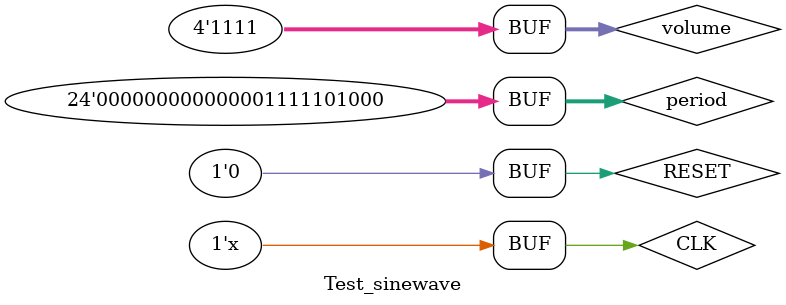
<source format=v>
`timescale 1ns / 1ps


module Test_sinewave;

    reg CLK;
    reg RESET;
    reg [23:0]period;
    reg [3:0] volume;
    wire [5:0]signalOut;
    
    sinwave uut(
        .CLK(CLK),
        .RESET(RESET),
        .period(period),
        .volume(volume),
        .signalOut(signalOut)
        );
        
        always
            #5 CLK = ~CLK;
        
        initial begin
            CLK = 0;
            RESET = 0;
            volume = 4'hF;
            period = 0;
            
            #50;
            
            #10 RESET = 1;
            
            #10 RESET = 0;
            
            period = 1000;
            
            #(10000000-100);
            
            #100000;            

            //#10 $stop;
            
         end
         
endmodule

</source>
